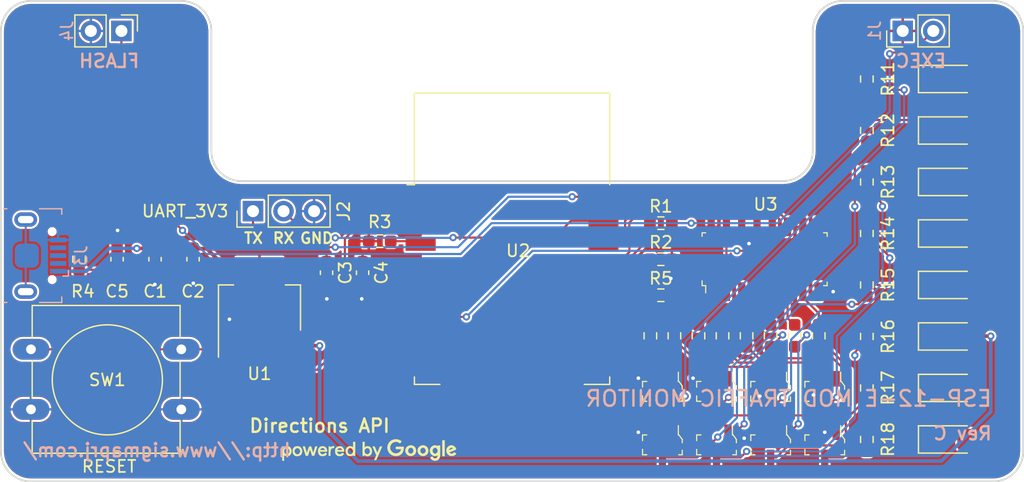
<source format=kicad_pcb>
(kicad_pcb (version 20171130) (host pcbnew 5.1.9+dfsg1-1~bpo10+1)
  (title_block (title "ESP-12-E MOD TRAFFIC MONITOR") (date 2021-05-29) (rev C) (company SIGMAPRJ.COM) (comment 2 https://creativecommons.org/licenses/by/4.0/) (comment 3 "License: Attribution 4.0 International (CC BY 4.0)") (comment 4 "Author: SIGMAPRJ.COM"))
  (layers (0 F.Cu signal hide) (31 B.Cu signal hide) (34 B.Paste user hide) (35 F.Paste user) (36 B.SilkS user hide) (37 F.SilkS user) (38 B.Mask user) (39 F.Mask user hide) (44 Edge.Cuts user))
  (net 0 "")
  (net 1 GND)
  (net 2 +5V)
  (net 3 +3V3)
  (net 4 ~RST)
  (net 5 "Net-(D1-Pad1)")
  (net 6 "Net-(D2-Pad1)")
  (net 7 "Net-(D3-Pad1)")
  (net 8 "Net-(D4-Pad1)")
  (net 9 "Net-(D5-Pad1)")
  (net 10 "Net-(D6-Pad1)")
  (net 11 "Net-(D7-Pad1)")
  (net 12 "Net-(D8-Pad1)")
  (net 13 "Net-(J1-Pad2)")
  (net 14 "Net-(J2-Pad1)")
  (net 15 "Net-(J2-Pad2)")
  (net 16 "Net-(Q1-Pad3)")
  (net 17 IND1)
  (net 18 IND2)
  (net 19 "Net-(Q2-Pad3)")
  (net 20 "Net-(Q3-Pad3)")
  (net 21 IND3)
  (net 22 IND4)
  (net 23 "Net-(Q4-Pad3)")
  (net 24 IND5)
  (net 25 "Net-(Q5-Pad3)")
  (net 26 IND6)
  (net 27 "Net-(Q6-Pad3)")
  (net 28 "Net-(Q7-Pad3)")
  (net 29 IND7)
  (net 30 "Net-(Q8-Pad3)")
  (net 31 IND8)
  (net 32 "Net-(R1-Pad2)")
  (net 33 GPIO2)
  (net 34 EN)
  (net 35 "Net-(R5-Pad2)")
  (net 36 "Net-(R6-Pad2)")
  (net 37 "Net-(R7-Pad2)")
  (net 38 "Net-(R8-Pad2)")
  (net 39 "Net-(R9-Pad2)")
  (net 40 "Net-(R10-Pad2)")
  (net 41 "Net-(R19-Pad2)")
  (net 42 "Net-(R20-Pad2)")
  (net 43 "Net-(R21-Pad2)")
  (net 44 "Net-(U2-Pad2)")
  (net 45 "Net-(U2-Pad4)")
  (net 46 "Net-(U2-Pad5)")
  (net 47 GPIO12)
  (net 48 "Net-(U2-Pad7)")
  (net 49 "Net-(U2-Pad9)")
  (net 50 "Net-(U2-Pad10)")
  (net 51 "Net-(U2-Pad11)")
  (net 52 "Net-(U2-Pad12)")
  (net 53 "Net-(U2-Pad13)")
  (net 54 "Net-(U2-Pad14)")
  (net 55 GPIO4)
  (net 56 GPIO5)
  (net 57 "Net-(U3-Pad9)")
  (net 58 "Net-(J3-PadSH)")
  (net 59 "Net-(J3-Pad3)")
  (net 60 "Net-(J3-Pad4)")
  (net 61 "Net-(J3-Pad2)")
  (module custom_bitmaps:gmaps_logo (layer F.Cu) (at 120.679 132.385)
    (fp_text reference G*** hide)
    (fp_text value LOGO hide)
  )
  (module digikey-footprints:SOT-23-3 (layer F.Cu) (at 154 131.95 270)
    (fp_text reference Q7)
    (fp_text value PMBT3904)
    (pad 3 smd rect (at 1.05 0 270) (size 1.3 0.6) (layers F.Cu F.Paste F.Mask) (net 28 "Net-(Q7-Pad3)"))
    (pad 2 smd rect (at -1.05 0.95 270) (size 1.3 0.6) (layers F.Cu F.Paste F.Mask) (net 1 GND))
    (pad 1 smd rect (at -1.05 -0.95 270) (size 1.3 0.6) (layers F.Cu F.Paste F.Mask) (net 29 IND7))
  )
  (module digikey-footprints:SOIC-16_W3.90mm (layer F.Cu) (at 153.5 116.5)
    (fp_text reference U3 (at 0.081 -4.562 180) (layer F.SilkS))
    (fp_text value 74HC595)
    (pad 1 smd rect (at -4.445 2.7) (size 0.6 1.55) (layers F.Cu F.Paste F.Mask) (net 37 "Net-(R7-Pad2)"))
    (pad 2 smd rect (at -3.175 2.7) (size 0.6 1.55) (layers F.Cu F.Paste F.Mask) (net 38 "Net-(R8-Pad2)"))
    (pad 3 smd rect (at -1.905 2.7) (size 0.6 1.55) (layers F.Cu F.Paste F.Mask) (net 39 "Net-(R9-Pad2)"))
    (pad 4 smd rect (at -0.635 2.7) (size 0.6 1.55) (layers F.Cu F.Paste F.Mask) (net 40 "Net-(R10-Pad2)"))
    (pad 5 smd rect (at 0.635 2.7) (size 0.6 1.55) (layers F.Cu F.Paste F.Mask) (net 41 "Net-(R19-Pad2)"))
    (pad 6 smd rect (at 1.905 2.7) (size 0.6 1.55) (layers F.Cu F.Paste F.Mask) (net 42 "Net-(R20-Pad2)"))
    (pad 7 smd rect (at 3.175 2.7) (size 0.6 1.55) (layers F.Cu F.Paste F.Mask) (net 43 "Net-(R21-Pad2)"))
    (pad 8 smd rect (at 4.445 2.7) (size 0.6 1.55) (layers F.Cu F.Paste F.Mask) (net 1 GND))
    (pad 9 smd rect (at 4.445 -2.7) (size 0.6 1.55) (layers F.Cu F.Paste F.Mask) (net 57 "Net-(U3-Pad9)"))
    (pad 10 smd rect (at 3.175 -2.7) (size 0.6 1.55) (layers F.Cu F.Paste F.Mask) (net 3 +3V3))
    (pad 11 smd rect (at 1.905 -2.7) (size 0.6 1.55) (layers F.Cu F.Paste F.Mask) (net 56 GPIO5))
    (pad 12 smd rect (at 0.635 -2.7) (size 0.6 1.55) (layers F.Cu F.Paste F.Mask) (net 47 GPIO12))
    (pad 13 smd rect (at -0.635 -2.7) (size 0.6 1.55) (layers F.Cu F.Paste F.Mask) (net 1 GND))
    (pad 14 smd rect (at -1.905 -2.7) (size 0.6 1.55) (layers F.Cu F.Paste F.Mask) (net 55 GPIO4))
    (pad 15 smd rect (at -3.175 -2.7) (size 0.6 1.55) (layers F.Cu F.Paste F.Mask) (net 36 "Net-(R6-Pad2)"))
    (pad 16 smd rect (at -4.445 -2.7) (size 0.6 1.55) (layers F.Cu F.Paste F.Mask) (net 3 +3V3))
  )
  (module LED_SMD:LED_1206_3216Metric_Pad1.42x1.75mm_HandSolder (layer F.Cu) (at 168.75 110.071429)
    (fp_text reference D3)
    (fp_text value LED_YELLOW)
    (pad 1 smd roundrect (at -1.4875 0) (size 1.425 1.75) (layers F.Cu F.Paste F.Mask) (roundrect_rratio 0.1754385964912281) (net 7 "Net-(D3-Pad1)"))
    (pad 2 smd roundrect (at 1.4875 0) (size 1.425 1.75) (layers F.Cu F.Paste F.Mask) (roundrect_rratio 0.1754385964912281) (net 2 +5V))
  )
  (module LED_SMD:LED_1206_3216Metric_Pad1.42x1.75mm_HandSolder (layer F.Cu) (at 168.75 101.5)
    (fp_text reference D1)
    (fp_text value LED_RED)
    (pad 1 smd roundrect (at -1.4875 0) (size 1.425 1.75) (layers F.Cu F.Paste F.Mask) (roundrect_rratio 0.1754385964912281) (net 5 "Net-(D1-Pad1)"))
    (pad 2 smd roundrect (at 1.4875 0) (size 1.425 1.75) (layers F.Cu F.Paste F.Mask) (roundrect_rratio 0.1754385964912281) (net 2 +5V))
  )
  (module LED_SMD:LED_1206_3216Metric_Pad1.42x1.75mm_HandSolder (layer F.Cu) (at 168.75 105.785714)
    (fp_text reference D2)
    (fp_text value LED_RED)
    (pad 2 smd roundrect (at 1.4875 0) (size 1.425 1.75) (layers F.Cu F.Paste F.Mask) (roundrect_rratio 0.1754385964912281) (net 2 +5V))
    (pad 1 smd roundrect (at -1.4875 0) (size 1.425 1.75) (layers F.Cu F.Paste F.Mask) (roundrect_rratio 0.1754385964912281) (net 6 "Net-(D2-Pad1)"))
  )
  (module LED_SMD:LED_1206_3216Metric_Pad1.42x1.75mm_HandSolder (layer F.Cu) (at 168.75 114.357143)
    (fp_text reference D4)
    (fp_text value LED_YELLOW)
    (pad 2 smd roundrect (at 1.4875 0) (size 1.425 1.75) (layers F.Cu F.Paste F.Mask) (roundrect_rratio 0.1754385964912281) (net 2 +5V))
    (pad 1 smd roundrect (at -1.4875 0) (size 1.425 1.75) (layers F.Cu F.Paste F.Mask) (roundrect_rratio 0.1754385964912281) (net 8 "Net-(D4-Pad1)"))
  )
  (module LED_SMD:LED_1206_3216Metric_Pad1.42x1.75mm_HandSolder (layer F.Cu) (at 168.75 118.642857)
    (fp_text reference D5)
    (fp_text value LED_GREEN)
    (pad 1 smd roundrect (at -1.4875 0) (size 1.425 1.75) (layers F.Cu F.Paste F.Mask) (roundrect_rratio 0.1754385964912281) (net 9 "Net-(D5-Pad1)"))
    (pad 2 smd roundrect (at 1.4875 0) (size 1.425 1.75) (layers F.Cu F.Paste F.Mask) (roundrect_rratio 0.1754385964912281) (net 2 +5V))
  )
  (module LED_SMD:LED_1206_3216Metric_Pad1.42x1.75mm_HandSolder (layer F.Cu) (at 168.75 122.928571)
    (fp_text reference D6)
    (fp_text value LED_GREEN)
    (pad 2 smd roundrect (at 1.4875 0) (size 1.425 1.75) (layers F.Cu F.Paste F.Mask) (roundrect_rratio 0.1754385964912281) (net 2 +5V))
    (pad 1 smd roundrect (at -1.4875 0) (size 1.425 1.75) (layers F.Cu F.Paste F.Mask) (roundrect_rratio 0.1754385964912281) (net 10 "Net-(D6-Pad1)"))
  )
  (module LED_SMD:LED_1206_3216Metric_Pad1.42x1.75mm_HandSolder (layer F.Cu) (at 168.75 127.214286)
    (fp_text reference D7)
    (fp_text value LED_GREEN)
    (pad 2 smd roundrect (at 1.4875 0) (size 1.425 1.75) (layers F.Cu F.Paste F.Mask) (roundrect_rratio 0.1754385964912281) (net 2 +5V))
    (pad 1 smd roundrect (at -1.4875 0) (size 1.425 1.75) (layers F.Cu F.Paste F.Mask) (roundrect_rratio 0.1754385964912281) (net 11 "Net-(D7-Pad1)"))
  )
  (module LED_SMD:LED_1206_3216Metric_Pad1.42x1.75mm_HandSolder (layer F.Cu) (at 168.75 131.5)
    (fp_text reference D8)
    (fp_text value LED_GREEN)
    (pad 1 smd roundrect (at -1.4875 0) (size 1.425 1.75) (layers F.Cu F.Paste F.Mask) (roundrect_rratio 0.1754385964912281) (net 12 "Net-(D8-Pad1)"))
    (pad 2 smd roundrect (at 1.4875 0) (size 1.425 1.75) (layers F.Cu F.Paste F.Mask) (roundrect_rratio 0.1754385964912281) (net 2 +5V))
  )
  (module Connector_PinHeader_2.54mm:PinHeader_1x02_P2.54mm_Vertical (layer F.Cu) (at 164.98 97.5 90)
    (fp_text reference J1 (at 0 -2.33 90) (layer B.SilkS) (effects (justify mirror)))
    (fp_text value JMPR_EXEC)
    (pad 1 thru_hole rect (at 0 0 90) (size 1.7 1.7) (drill 1) (layers *.Cu *.Mask) (net 3 +3V3))
    (pad 2 thru_hole oval (at 0 2.54 90) (size 1.7 1.7) (drill 1) (layers *.Cu *.Mask) (net 13 "Net-(J1-Pad2)"))
  )
  (module Connector_PinHeader_2.54mm:PinHeader_1x03_P2.54mm_Vertical (layer F.Cu) (at 110.96 112.5 90)
    (fp_text reference J2 (at 0 7.54 90) (layer F.SilkS))
    (fp_text value UART_3V3 (at 0 -5.639 180) (layer F.SilkS))
    (pad 1 thru_hole rect (at 0 0 90) (size 1.7 1.7) (drill 1) (layers *.Cu *.Mask) (net 14 "Net-(J2-Pad1)"))
    (pad 2 thru_hole oval (at 0 2.54 90) (size 1.7 1.7) (drill 1) (layers *.Cu *.Mask) (net 15 "Net-(J2-Pad2)"))
    (pad 3 thru_hole oval (at 0 5.08 90) (size 1.7 1.7) (drill 1) (layers *.Cu *.Mask) (net 1 GND))
  )
  (module Connector_PinHeader_2.54mm:PinHeader_1x02_P2.54mm_Vertical (layer F.Cu) (at 100.02 97.5 270)
    (fp_text reference J4 (at 0 4.52 270) (layer B.SilkS) (effects (justify mirror)))
    (fp_text value JMPR_FLASH)
    (pad 2 thru_hole oval (at 0 2.54 270) (size 1.7 1.7) (drill 1) (layers *.Cu *.Mask) (net 1 GND))
    (pad 1 thru_hole rect (at 0 0 270) (size 1.7 1.7) (drill 1) (layers *.Cu *.Mask) (net 13 "Net-(J1-Pad2)"))
  )
  (module digikey-footprints:SOT-23-3 (layer F.Cu) (at 145 127.5 270)
    (fp_text reference Q1)
    (fp_text value PMBT3904)
    (pad 3 smd rect (at 1.05 0 270) (size 1.3 0.6) (layers F.Cu F.Paste F.Mask) (net 16 "Net-(Q1-Pad3)"))
    (pad 2 smd rect (at -1.05 0.95 270) (size 1.3 0.6) (layers F.Cu F.Paste F.Mask) (net 1 GND))
    (pad 1 smd rect (at -1.05 -0.95 270) (size 1.3 0.6) (layers F.Cu F.Paste F.Mask) (net 17 IND1))
  )
  (module digikey-footprints:SOT-23-3 (layer F.Cu) (at 149.5 127.5 270)
    (fp_text reference Q2)
    (fp_text value PMBT3904)
    (pad 1 smd rect (at -1.05 -0.95 270) (size 1.3 0.6) (layers F.Cu F.Paste F.Mask) (net 18 IND2))
    (pad 2 smd rect (at -1.05 0.95 270) (size 1.3 0.6) (layers F.Cu F.Paste F.Mask) (net 1 GND))
    (pad 3 smd rect (at 1.05 0 270) (size 1.3 0.6) (layers F.Cu F.Paste F.Mask) (net 19 "Net-(Q2-Pad3)"))
  )
  (module digikey-footprints:SOT-23-3 (layer F.Cu) (at 154 127.5 270)
    (fp_text reference Q3)
    (fp_text value PMBT3904)
    (pad 3 smd rect (at 1.05 0 270) (size 1.3 0.6) (layers F.Cu F.Paste F.Mask) (net 20 "Net-(Q3-Pad3)"))
    (pad 2 smd rect (at -1.05 0.95 270) (size 1.3 0.6) (layers F.Cu F.Paste F.Mask) (net 1 GND))
    (pad 1 smd rect (at -1.05 -0.95 270) (size 1.3 0.6) (layers F.Cu F.Paste F.Mask) (net 21 IND3))
  )
  (module digikey-footprints:SOT-23-3 (layer F.Cu) (at 158.5 127.5 270)
    (fp_text reference Q4)
    (fp_text value PMBT3904)
    (pad 1 smd rect (at -1.05 -0.95 270) (size 1.3 0.6) (layers F.Cu F.Paste F.Mask) (net 22 IND4))
    (pad 2 smd rect (at -1.05 0.95 270) (size 1.3 0.6) (layers F.Cu F.Paste F.Mask) (net 1 GND))
    (pad 3 smd rect (at 1.05 0 270) (size 1.3 0.6) (layers F.Cu F.Paste F.Mask) (net 23 "Net-(Q4-Pad3)"))
  )
  (module digikey-footprints:SOT-23-3 (layer F.Cu) (at 145 131.95 270)
    (fp_text reference Q5)
    (fp_text value PMBT3904)
    (pad 1 smd rect (at -1.05 -0.95 270) (size 1.3 0.6) (layers F.Cu F.Paste F.Mask) (net 24 IND5))
    (pad 2 smd rect (at -1.05 0.95 270) (size 1.3 0.6) (layers F.Cu F.Paste F.Mask) (net 1 GND))
    (pad 3 smd rect (at 1.05 0 270) (size 1.3 0.6) (layers F.Cu F.Paste F.Mask) (net 25 "Net-(Q5-Pad3)"))
  )
  (module digikey-footprints:SOT-23-3 (layer F.Cu) (at 149.5 131.95 270)
    (fp_text reference Q6)
    (fp_text value PMBT3904)
    (pad 1 smd rect (at -1.05 -0.95 270) (size 1.3 0.6) (layers F.Cu F.Paste F.Mask) (net 26 IND6))
    (pad 2 smd rect (at -1.05 0.95 270) (size 1.3 0.6) (layers F.Cu F.Paste F.Mask) (net 1 GND))
    (pad 3 smd rect (at 1.05 0 270) (size 1.3 0.6) (layers F.Cu F.Paste F.Mask) (net 27 "Net-(Q6-Pad3)"))
  )
  (module digikey-footprints:SOT-23-3 (layer F.Cu) (at 158.5 131.95 270)
    (fp_text reference Q8)
    (fp_text value PMBT3904)
    (pad 3 smd rect (at 1.05 0 270) (size 1.3 0.6) (layers F.Cu F.Paste F.Mask) (net 30 "Net-(Q8-Pad3)"))
    (pad 2 smd rect (at -1.05 0.95 270) (size 1.3 0.6) (layers F.Cu F.Paste F.Mask) (net 1 GND))
    (pad 1 smd rect (at -1.05 -0.95 270) (size 1.3 0.6) (layers F.Cu F.Paste F.Mask) (net 31 IND8))
  )
  (module Button_Switch_THT:SW_PUSH-12mm (layer F.Cu) (at 92.5 124)
    (fp_text reference SW1 (at 6.344 2.543) (layer F.SilkS))
    (fp_text value RESET (at 6.5 9.75) (layer F.SilkS))
    (pad 1 thru_hole oval (at 12.5 0) (size 3.048 1.7272) (drill 0.8128) (layers *.Cu *.Mask) (net 4 ~RST))
    (pad 2 thru_hole oval (at 12.5 5) (size 3.048 1.7272) (drill 0.8128) (layers *.Cu *.Mask) (net 1 GND))
    (pad 1 thru_hole oval (at 0 0) (size 3.048 1.7272) (drill 0.8128) (layers *.Cu *.Mask) (net 4 ~RST))
    (pad 2 thru_hole oval (at 0 5) (size 3.048 1.7272) (drill 0.8128) (layers *.Cu *.Mask) (net 1 GND))
  )
  (module Package_TO_SOT_SMD:SOT-223-3_TabPin2 (layer F.Cu) (at 111.5 120.55 90)
    (fp_text reference U1 (at -5.485 0 180) (layer F.SilkS))
    (fp_text value AMS1117-3.3)
    (pad 2 smd rect (at 3.15 0 90) (size 2 3.8) (layers F.Cu F.Paste F.Mask) (net 3 +3V3))
    (pad 2 smd rect (at -3.15 0 90) (size 2 1.5) (layers F.Cu F.Paste F.Mask) (net 3 +3V3))
    (pad 3 smd rect (at -3.15 2.3 90) (size 2 1.5) (layers F.Cu F.Paste F.Mask) (net 2 +5V))
    (pad 1 smd rect (at -3.15 -2.3 90) (size 2 1.5) (layers F.Cu F.Paste F.Mask) (net 1 GND))
  )
  (module RF_Module:ESP-12E (layer F.Cu) (at 132.5 114.8)
    (fp_text reference U2 (at 0.5 1) (layer F.SilkS))
    (fp_text value ESP-12E)
    (pad 1 smd rect (at -7.6 -3.5) (size 2.5 1) (layers F.Cu F.Paste F.Mask) (net 4 ~RST))
    (pad 2 smd rect (at -7.6 -1.5) (size 2.5 1) (layers F.Cu F.Paste F.Mask) (net 44 "Net-(U2-Pad2)"))
    (pad 3 smd rect (at -7.6 0.5) (size 2.5 1) (layers F.Cu F.Paste F.Mask) (net 34 EN))
    (pad 4 smd rect (at -7.6 2.5) (size 2.5 1) (layers F.Cu F.Paste F.Mask) (net 45 "Net-(U2-Pad4)"))
    (pad 5 smd rect (at -7.6 4.5) (size 2.5 1) (layers F.Cu F.Paste F.Mask) (net 46 "Net-(U2-Pad5)"))
    (pad 6 smd rect (at -7.6 6.5) (size 2.5 1) (layers F.Cu F.Paste F.Mask) (net 47 GPIO12))
    (pad 7 smd rect (at -7.6 8.5) (size 2.5 1) (layers F.Cu F.Paste F.Mask) (net 48 "Net-(U2-Pad7)"))
    (pad 8 smd rect (at -7.6 10.5) (size 2.5 1) (layers F.Cu F.Paste F.Mask) (net 3 +3V3))
    (pad 9 smd rect (at -5 12) (size 1 1.8) (layers F.Cu F.Paste F.Mask) (net 49 "Net-(U2-Pad9)"))
    (pad 10 smd rect (at -3 12) (size 1 1.8) (layers F.Cu F.Paste F.Mask) (net 50 "Net-(U2-Pad10)"))
    (pad 11 smd rect (at -1 12) (size 1 1.8) (layers F.Cu F.Paste F.Mask) (net 51 "Net-(U2-Pad11)"))
    (pad 12 smd rect (at 1 12) (size 1 1.8) (layers F.Cu F.Paste F.Mask) (net 52 "Net-(U2-Pad12)"))
    (pad 13 smd rect (at 3 12) (size 1 1.8) (layers F.Cu F.Paste F.Mask) (net 53 "Net-(U2-Pad13)"))
    (pad 14 smd rect (at 5 12) (size 1 1.8) (layers F.Cu F.Paste F.Mask) (net 54 "Net-(U2-Pad14)"))
    (pad 15 smd rect (at 7.6 10.5) (size 2.5 1) (layers F.Cu F.Paste F.Mask) (net 1 GND))
    (pad 16 smd rect (at 7.6 8.5) (size 2.5 1) (layers F.Cu F.Paste F.Mask) (net 35 "Net-(R5-Pad2)"))
    (pad 17 smd rect (at 7.6 6.5) (size 2.5 1) (layers F.Cu F.Paste F.Mask) (net 33 GPIO2))
    (pad 18 smd rect (at 7.6 4.5) (size 2.5 1) (layers F.Cu F.Paste F.Mask) (net 32 "Net-(R1-Pad2)"))
    (pad 19 smd rect (at 7.6 2.5) (size 2.5 1) (layers F.Cu F.Paste F.Mask) (net 55 GPIO4))
    (pad 20 smd rect (at 7.6 0.5) (size 2.5 1) (layers F.Cu F.Paste F.Mask) (net 56 GPIO5))
    (pad 21 smd rect (at 7.6 -1.5) (size 2.5 1) (layers F.Cu F.Paste F.Mask) (net 15 "Net-(J2-Pad2)"))
    (pad 22 smd rect (at 7.6 -3.5) (size 2.5 1) (layers F.Cu F.Paste F.Mask) (net 14 "Net-(J2-Pad1)"))
  )
  (module Capacitor_SMD:C_0603_1608Metric_Pad1.08x0.95mm_HandSolder (layer F.Cu) (at 102.816666 116.5 270)
    (fp_text reference C1 (at 2.677 0 180) (layer F.SilkS))
    (fp_text value 10uF)
    (pad 2 smd roundrect (at 0.8625 0 270) (size 1.075 0.95) (layers F.Cu F.Paste F.Mask) (net 1 GND))
    (pad 1 smd roundrect (at -0.8625 0 270) (size 1.075 0.95) (layers F.Cu F.Paste F.Mask) (net 2 +5V))
  )
  (module Capacitor_SMD:C_0603_1608Metric_Pad1.08x0.95mm_HandSolder (layer F.Cu) (at 105.975 116.5 270)
    (fp_text reference C2 (at 2.677 0 180) (layer F.SilkS))
    (fp_text value 0.1uF)
    (pad 1 smd roundrect (at -0.8625 0 270) (size 1.075 0.95) (layers F.Cu F.Paste F.Mask) (net 2 +5V))
    (pad 2 smd roundrect (at 0.8625 0 270) (size 1.075 0.95) (layers F.Cu F.Paste F.Mask) (net 1 GND))
  )
  (module Capacitor_SMD:C_0603_1608Metric_Pad1.08x0.95mm_HandSolder (layer F.Cu) (at 117.075 117.625 270)
    (fp_text reference C3 (at 0 -1.557 90) (layer F.SilkS))
    (fp_text value 10uF)
    (pad 1 smd roundrect (at -0.8625 0 270) (size 1.075 0.95) (layers F.Cu F.Paste F.Mask) (net 3 +3V3))
    (pad 2 smd roundrect (at 0.8625 0 270) (size 1.075 0.95) (layers F.Cu F.Paste F.Mask) (net 1 GND))
  )
  (module Capacitor_SMD:C_0603_1608Metric_Pad1.08x0.95mm_HandSolder (layer F.Cu) (at 120.075 117.625 270)
    (fp_text reference C4 (at 0 -1.557 90) (layer F.SilkS))
    (fp_text value 0.1uF)
    (pad 2 smd roundrect (at 0.8625 0 270) (size 1.075 0.95) (layers F.Cu F.Paste F.Mask) (net 1 GND))
    (pad 1 smd roundrect (at -0.8625 0 270) (size 1.075 0.95) (layers F.Cu F.Paste F.Mask) (net 3 +3V3))
  )
  (module Capacitor_SMD:C_0603_1608Metric_Pad1.08x0.95mm_HandSolder (layer F.Cu) (at 99.658333 116.5 90)
    (fp_text reference C5 (at -2.677 0 180) (layer F.SilkS))
    (fp_text value 100nF)
    (pad 1 smd roundrect (at -0.8625 0 90) (size 1.075 0.95) (layers F.Cu F.Paste F.Mask) (net 4 ~RST))
    (pad 2 smd roundrect (at 0.8625 0 90) (size 1.075 0.95) (layers F.Cu F.Paste F.Mask) (net 1 GND))
  )
  (module custom_footprints:USB_Micro-B_Custom (layer B.Cu) (at 93.3 116.2 90)
    (fp_text reference J3 (at 0 3.3625 90) (layer B.SilkS) (effects (justify mirror)))
    (fp_text value "MICRO USB B")
    (pad SH thru_hole oval (at 3 -1.2375 90) (size 1.2 1.9) (drill oval 0.6 1.3) (layers *.Cu *.Mask) (net 58 "Net-(J3-PadSH)"))
    (pad SH thru_hole oval (at -3 -1.2375 270) (size 1.2 1.9) (drill oval 0.6 1.3) (layers *.Cu *.Mask) (net 58 "Net-(J3-PadSH)"))
    (pad "" np_thru_hole circle (at 2 0.9625) (size 0.4 0.4) (drill 0.4) (layers *.Cu *.Mask))
    (pad 3 smd rect (at 0 1.4625 90) (size 0.4 1.35) (layers B.Cu B.Paste B.Mask) (net 59 "Net-(J3-Pad3)"))
    (pad 4 smd rect (at 0.65 1.4625 90) (size 0.4 1.35) (layers B.Cu B.Paste B.Mask) (net 60 "Net-(J3-Pad4)"))
    (pad 5 smd rect (at 1.3 1.4625 90) (size 0.4 1.35) (layers B.Cu B.Paste B.Mask) (net 1 GND))
    (pad 1 smd rect (at -1.3 1.4625 90) (size 0.4 1.35) (layers B.Cu B.Paste B.Mask) (net 2 +5V))
    (pad 2 smd rect (at -0.65 1.4625 90) (size 0.4 1.35) (layers B.Cu B.Paste B.Mask) (net 61 "Net-(J3-Pad2)"))
    (pad "" np_thru_hole circle (at -2 0.9625 90) (size 0.4 0.4) (drill 0.4) (layers *.Cu *.Mask))
    (pad SH smd roundrect (at 0 -1.143 90) (size 2 2) (layers B.Cu B.Paste B.Mask) (net 58 "Net-(J3-PadSH)"))
  )
  (module Resistor_SMD:R_0603_1608Metric_Pad0.98x0.95mm_HandSolder (layer F.Cu) (at 144.875 113.5 180)
    (fp_text reference R1 (at 0 1.4) (layer F.SilkS))
    (fp_text value 12K)
    (pad 1 smd roundrect (at -0.9125 0 180) (size 0.975 0.95) (layers F.Cu F.Paste F.Mask) (net 13 "Net-(J1-Pad2)"))
    (pad 2 smd roundrect (at 0.9125 0 180) (size 0.975 0.95) (layers F.Cu F.Paste F.Mask) (net 32 "Net-(R1-Pad2)"))
  )
  (module Resistor_SMD:R_0603_1608Metric_Pad0.98x0.95mm_HandSolder (layer F.Cu) (at 144.875 116.5 180)
    (fp_text reference R2 (at 0 1.4) (layer F.SilkS))
    (fp_text value 12K)
    (pad 1 smd roundrect (at -0.9125 0 180) (size 0.975 0.95) (layers F.Cu F.Paste F.Mask) (net 3 +3V3))
    (pad 2 smd roundrect (at 0.9125 0 180) (size 0.975 0.95) (layers F.Cu F.Paste F.Mask) (net 33 GPIO2))
  )
  (module Resistor_SMD:R_0603_1608Metric_Pad0.98x0.95mm_HandSolder (layer F.Cu) (at 121.5 115)
    (fp_text reference R3 (at 0 -1.6015) (layer F.SilkS))
    (fp_text value 12K)
    (pad 1 smd roundrect (at -0.9125 0) (size 0.975 0.95) (layers F.Cu F.Paste F.Mask) (net 3 +3V3))
    (pad 2 smd roundrect (at 0.9125 0) (size 0.975 0.95) (layers F.Cu F.Paste F.Mask) (net 34 EN))
  )
  (module Resistor_SMD:R_0603_1608Metric_Pad0.98x0.95mm_HandSolder (layer F.Cu) (at 96.5 116.5 270)
    (fp_text reference R4 (at 2.677 -0.312 180) (layer F.SilkS))
    (fp_text value 12K)
    (pad 2 smd roundrect (at 0.9125 0 270) (size 0.975 0.95) (layers F.Cu F.Paste F.Mask) (net 4 ~RST))
    (pad 1 smd roundrect (at -0.9125 0 270) (size 0.975 0.95) (layers F.Cu F.Paste F.Mask) (net 3 +3V3))
  )
  (module Resistor_SMD:R_0603_1608Metric_Pad0.98x0.95mm_HandSolder (layer F.Cu) (at 144.875 119.5 180)
    (fp_text reference R5 (at 0 1.4) (layer F.SilkS))
    (fp_text value 12K)
    (pad 2 smd roundrect (at 0.9125 0 180) (size 0.975 0.95) (layers F.Cu F.Paste F.Mask) (net 35 "Net-(R5-Pad2)"))
    (pad 1 smd roundrect (at -0.9125 0 180) (size 0.975 0.95) (layers F.Cu F.Paste F.Mask) (net 1 GND))
  )
  (module Resistor_SMD:R_0603_1608Metric_Pad0.98x0.95mm_HandSolder (layer F.Cu) (at 144 122.875 90)
    (fp_text reference R6)
    (fp_text value 2K)
    (pad 2 smd roundrect (at 0.9125 0 90) (size 0.975 0.95) (layers F.Cu F.Paste F.Mask) (net 36 "Net-(R6-Pad2)"))
    (pad 1 smd roundrect (at -0.9125 0 90) (size 0.975 0.95) (layers F.Cu F.Paste F.Mask) (net 17 IND1))
  )
  (module Resistor_SMD:R_0603_1608Metric_Pad0.98x0.95mm_HandSolder (layer F.Cu) (at 146 122.875 90)
    (fp_text reference R7)
    (fp_text value 2K)
    (pad 1 smd roundrect (at -0.9125 0 90) (size 0.975 0.95) (layers F.Cu F.Paste F.Mask) (net 18 IND2))
    (pad 2 smd roundrect (at 0.9125 0 90) (size 0.975 0.95) (layers F.Cu F.Paste F.Mask) (net 37 "Net-(R7-Pad2)"))
  )
  (module Resistor_SMD:R_0603_1608Metric_Pad0.98x0.95mm_HandSolder (layer F.Cu) (at 148 122.875 90)
    (fp_text reference R8)
    (fp_text value 2K)
    (pad 2 smd roundrect (at 0.9125 0 90) (size 0.975 0.95) (layers F.Cu F.Paste F.Mask) (net 38 "Net-(R8-Pad2)"))
    (pad 1 smd roundrect (at -0.9125 0 90) (size 0.975 0.95) (layers F.Cu F.Paste F.Mask) (net 21 IND3))
  )
  (module Resistor_SMD:R_0603_1608Metric_Pad0.98x0.95mm_HandSolder (layer F.Cu) (at 150 122.875 90)
    (fp_text reference R9)
    (fp_text value 2K)
    (pad 1 smd roundrect (at -0.9125 0 90) (size 0.975 0.95) (layers F.Cu F.Paste F.Mask) (net 22 IND4))
    (pad 2 smd roundrect (at 0.9125 0 90) (size 0.975 0.95) (layers F.Cu F.Paste F.Mask) (net 39 "Net-(R9-Pad2)"))
  )
  (module Resistor_SMD:R_0603_1608Metric_Pad0.98x0.95mm_HandSolder (layer F.Cu) (at 152 122.875 90)
    (fp_text reference R10)
    (fp_text value 2K)
    (pad 2 smd roundrect (at 0.9125 0 90) (size 0.975 0.95) (layers F.Cu F.Paste F.Mask) (net 40 "Net-(R10-Pad2)"))
    (pad 1 smd roundrect (at -0.9125 0 90) (size 0.975 0.95) (layers F.Cu F.Paste F.Mask) (net 24 IND5))
  )
  (module Resistor_SMD:R_0603_1608Metric_Pad0.98x0.95mm_HandSolder (layer F.Cu) (at 162 101.5 90)
    (fp_text reference R11 (at 0 1.754 90) (layer F.SilkS))
    (fp_text value 150R)
    (pad 2 smd roundrect (at 0.9125 0 90) (size 0.975 0.95) (layers F.Cu F.Paste F.Mask) (net 5 "Net-(D1-Pad1)"))
    (pad 1 smd roundrect (at -0.9125 0 90) (size 0.975 0.95) (layers F.Cu F.Paste F.Mask) (net 16 "Net-(Q1-Pad3)"))
  )
  (module Resistor_SMD:R_0603_1608Metric_Pad0.98x0.95mm_HandSolder (layer F.Cu) (at 162 105.7857 90)
    (fp_text reference R12 (at 0 1.754 90) (layer F.SilkS))
    (fp_text value 150R)
    (pad 1 smd roundrect (at -0.9125 0 90) (size 0.975 0.95) (layers F.Cu F.Paste F.Mask) (net 19 "Net-(Q2-Pad3)"))
    (pad 2 smd roundrect (at 0.9125 0 90) (size 0.975 0.95) (layers F.Cu F.Paste F.Mask) (net 6 "Net-(D2-Pad1)"))
  )
  (module Resistor_SMD:R_0603_1608Metric_Pad0.98x0.95mm_HandSolder (layer F.Cu) (at 162 110.071429 90)
    (fp_text reference R13 (at 0 1.754 90) (layer F.SilkS))
    (fp_text value 150R)
    (pad 1 smd roundrect (at -0.9125 0 90) (size 0.975 0.95) (layers F.Cu F.Paste F.Mask) (net 20 "Net-(Q3-Pad3)"))
    (pad 2 smd roundrect (at 0.9125 0 90) (size 0.975 0.95) (layers F.Cu F.Paste F.Mask) (net 7 "Net-(D3-Pad1)"))
  )
  (module Resistor_SMD:R_0603_1608Metric_Pad0.98x0.95mm_HandSolder (layer F.Cu) (at 162 114.357143 90)
    (fp_text reference R14 (at 0 1.754 90) (layer F.SilkS))
    (fp_text value 150R)
    (pad 2 smd roundrect (at 0.9125 0 90) (size 0.975 0.95) (layers F.Cu F.Paste F.Mask) (net 8 "Net-(D4-Pad1)"))
    (pad 1 smd roundrect (at -0.9125 0 90) (size 0.975 0.95) (layers F.Cu F.Paste F.Mask) (net 23 "Net-(Q4-Pad3)"))
  )
  (module Resistor_SMD:R_0603_1608Metric_Pad0.98x0.95mm_HandSolder (layer F.Cu) (at 162 118.642857 90)
    (fp_text reference R15 (at 0 1.754 90) (layer F.SilkS))
    (fp_text value 360R)
    (pad 2 smd roundrect (at 0.9125 0 90) (size 0.975 0.95) (layers F.Cu F.Paste F.Mask) (net 9 "Net-(D5-Pad1)"))
    (pad 1 smd roundrect (at -0.9125 0 90) (size 0.975 0.95) (layers F.Cu F.Paste F.Mask) (net 25 "Net-(Q5-Pad3)"))
  )
  (module Resistor_SMD:R_0603_1608Metric_Pad0.98x0.95mm_HandSolder (layer F.Cu) (at 162 122.928571 90)
    (fp_text reference R16 (at 0 1.754 90) (layer F.SilkS))
    (fp_text value 360R)
    (pad 1 smd roundrect (at -0.9125 0 90) (size 0.975 0.95) (layers F.Cu F.Paste F.Mask) (net 27 "Net-(Q6-Pad3)"))
    (pad 2 smd roundrect (at 0.9125 0 90) (size 0.975 0.95) (layers F.Cu F.Paste F.Mask) (net 10 "Net-(D6-Pad1)"))
  )
  (module Resistor_SMD:R_0603_1608Metric_Pad0.98x0.95mm_HandSolder (layer F.Cu) (at 162 127.214286 90)
    (fp_text reference R17 (at 0 1.754 90) (layer F.SilkS))
    (fp_text value 360R)
    (pad 2 smd roundrect (at 0.9125 0 90) (size 0.975 0.95) (layers F.Cu F.Paste F.Mask) (net 11 "Net-(D7-Pad1)"))
    (pad 1 smd roundrect (at -0.9125 0 90) (size 0.975 0.95) (layers F.Cu F.Paste F.Mask) (net 28 "Net-(Q7-Pad3)"))
  )
  (module Resistor_SMD:R_0603_1608Metric_Pad0.98x0.95mm_HandSolder (layer F.Cu) (at 162 131.5 90)
    (fp_text reference R18 (at 0 1.754 90) (layer F.SilkS))
    (fp_text value 360R)
    (pad 1 smd roundrect (at -0.9125 0 90) (size 0.975 0.95) (layers F.Cu F.Paste F.Mask) (net 30 "Net-(Q8-Pad3)"))
    (pad 2 smd roundrect (at 0.9125 0 90) (size 0.975 0.95) (layers F.Cu F.Paste F.Mask) (net 12 "Net-(D8-Pad1)"))
  )
  (module Resistor_SMD:R_0603_1608Metric_Pad0.98x0.95mm_HandSolder (layer F.Cu) (at 154 122.875 90)
    (fp_text reference R19)
    (fp_text value 2K)
    (pad 1 smd roundrect (at -0.9125 0 90) (size 0.975 0.95) (layers F.Cu F.Paste F.Mask) (net 26 IND6))
    (pad 2 smd roundrect (at 0.9125 0 90) (size 0.975 0.95) (layers F.Cu F.Paste F.Mask) (net 41 "Net-(R19-Pad2)"))
  )
  (module Resistor_SMD:R_0603_1608Metric_Pad0.98x0.95mm_HandSolder (layer F.Cu) (at 156 122.875 90)
    (fp_text reference R20)
    (fp_text value 2K)
    (pad 2 smd roundrect (at 0.9125 0 90) (size 0.975 0.95) (layers F.Cu F.Paste F.Mask) (net 42 "Net-(R20-Pad2)"))
    (pad 1 smd roundrect (at -0.9125 0 90) (size 0.975 0.95) (layers F.Cu F.Paste F.Mask) (net 29 IND7))
  )
  (module Resistor_SMD:R_0603_1608Metric_Pad0.98x0.95mm_HandSolder (layer F.Cu) (at 158 122.875 90)
    (fp_text reference R21)
    (fp_text value 2K)
    (pad 1 smd roundrect (at -0.9125 0 90) (size 0.975 0.95) (layers F.Cu F.Paste F.Mask) (net 31 IND8))
    (pad 2 smd roundrect (at 0.9125 0 90) (size 0.975 0.95) (layers F.Cu F.Paste F.Mask) (net 43 "Net-(R21-Pad2)"))
  )
  (gr_text "Directions API" (at 116.497 130.365) (layer F.SilkS) (effects (font (size 1.1 1.1) (thickness 0.2))))
  (gr_text http://www.sigmaprj.com/ (at 114.2 132.4) (layer B.SilkS) (effects (font (size 1.1 1.1) (thickness 0.2)) (justify left mirror)))
  (gr_text "Rev C" (at 172.5 131) (layer B.SilkS) (effects (font (size 1.1 1.1) (thickness 0.2)) (justify left mirror)))
  (gr_text "ESP-12-E MOD TRAFFIC MONITOR" (at 172.5 128.1) (layer B.SilkS) (effects (font (size 1.3 1.3) (thickness 0.2)) (justify left mirror)))
  (gr_text TX (at 111 114.75) (layer F.SilkS) (effects (font (size 0.889 0.889) (thickness 0.1778))))
  (gr_text RX (at 113.5 114.75) (layer F.SilkS) (effects (font (size 0.889 0.889) (thickness 0.1778))))
  (gr_text GND (at 116.25 114.75) (layer F.SilkS) (effects (font (size 0.889 0.889) (thickness 0.1778))))
  (gr_text EXEC (at 166.5 100) (layer B.SilkS) (effects (font (size 1.1 1.1) (thickness 0.2)) (justify mirror)))
  (gr_text FLASH (at 99 100) (layer B.SilkS) (effects (font (size 1.1 1.1) (thickness 0.2)) (justify mirror)))
  (gr_arc (start 92.5 132.5) (end 90 132.5) (angle -90) (layer Edge.Cuts) (width 0.15))
  (gr_arc (start 172.5 132.5) (end 172.5 135) (angle -90) (layer Edge.Cuts) (width 0.15))
  (gr_arc (start 172.5 97.5) (end 175 97.5) (angle -90) (layer Edge.Cuts) (width 0.15))
  (gr_arc (start 160 97.5) (end 160 95) (angle -90) (layer Edge.Cuts) (width 0.15))
  (gr_arc (start 155 107.5) (end 155 110) (angle -90) (layer Edge.Cuts) (width 0.15))
  (gr_arc (start 110 107.5) (end 107.5 107.5) (angle -90) (layer Edge.Cuts) (width 0.15))
  (gr_arc (start 105 97.5) (end 107.5 97.5) (angle -90) (layer Edge.Cuts) (width 0.15))
  (gr_arc (start 92.5 97.5) (end 92.5 95) (angle -90) (layer Edge.Cuts) (width 0.15))
  (gr_line (start 90 97.5) (end 90 132.5) (layer Edge.Cuts) (width 0.15))
  (gr_line (start 105 95) (end 92.5 95) (layer Edge.Cuts) (width 0.15))
  (gr_line (start 107.5 107.5) (end 107.5 97.5) (layer Edge.Cuts) (width 0.15))
  (gr_line (start 155 110) (end 110 110) (layer Edge.Cuts) (width 0.15))
  (gr_line (start 157.5 97.5) (end 157.5 107.5) (layer Edge.Cuts) (width 0.15))
  (gr_line (start 172.5 95) (end 160 95) (layer Edge.Cuts) (width 0.15))
  (gr_line (start 175 132.5) (end 175 97.5) (layer Edge.Cuts) (width 0.15))
  (gr_line (start 92.5 135) (end 172.5 135) (layer Edge.Cuts) (width 0.15))
  (via (at 106 118.5) (size 0.6) (drill 0.3) (layers F.Cu B.Cu) (net 1))
  (segment (start 105.975 118.475) (end 106 118.5) (width 0.1778) (layer F.Cu) (net 1))
  (segment (start 105.975 117.375) (end 105.975 118.475) (width 0.1778) (layer F.Cu) (net 1))
  (via (at 109 121.5) (size 0.6) (drill 0.3) (layers F.Cu B.Cu) (net 1))
  (segment (start 109.2 121.7) (end 109 121.5) (width 0.1778) (layer F.Cu) (net 1))
  (segment (start 109.2 123.7) (end 109.2 121.7) (width 0.1778) (layer F.Cu) (net 1))
  (via (at 102.8 118.6) (size 0.6) (drill 0.3) (layers F.Cu B.Cu) (net 1))
  (segment (start 102.816666 118.583334) (end 102.8 118.6) (width 0.1778) (layer F.Cu) (net 1))
  (segment (start 102.816666 117.375) (end 102.816666 118.583334) (width 0.1778) (layer F.Cu) (net 1))
  (via (at 117.1 119.8) (size 0.6) (drill 0.3) (layers F.Cu B.Cu) (net 1))
  (segment (start 117.075 119.775) (end 117.1 119.8) (width 0.1778) (layer F.Cu) (net 1))
  (segment (start 117.075 118.5) (end 117.075 119.775) (width 0.1778) (layer F.Cu) (net 1))
  (via (at 120 119.8) (size 0.6) (drill 0.3) (layers F.Cu B.Cu) (net 1))
  (segment (start 120.075 119.725) (end 120 119.8) (width 0.1778) (layer F.Cu) (net 1))
  (segment (start 120.075 118.5) (end 120.075 119.725) (width 0.1778) (layer F.Cu) (net 1))
  (via (at 99.7 114.1) (size 0.6) (drill 0.3) (layers F.Cu B.Cu) (net 1))
  (segment (start 99.658333 114.141667) (end 99.7 114.1) (width 0.1778) (layer F.Cu) (net 1))
  (segment (start 99.658333 115.625) (end 99.658333 114.141667) (width 0.1778) (layer F.Cu) (net 1))
  (via (at 143 126.4) (size 0.6) (drill 0.3) (layers F.Cu B.Cu) (net 1))
  (segment (start 143.05 126.45) (end 143 126.4) (width 0.1778) (layer F.Cu) (net 1))
  (segment (start 144.05 126.45) (end 143.05 126.45) (width 0.1778) (layer F.Cu) (net 1))
  (via (at 143 130.9) (size 0.6) (drill 0.3) (layers F.Cu B.Cu) (net 1))
  (segment (start 144.05 130.9) (end 143 130.9) (width 0.1778) (layer F.Cu) (net 1))
  (segment (start 141.9 125.3) (end 143 126.4) (width 0.1778) (layer F.Cu) (net 1))
  (segment (start 140.1 125.3) (end 141.9 125.3) (width 0.1778) (layer F.Cu) (net 1))
  (via (at 145.7 118.1) (size 0.6) (drill 0.3) (layers F.Cu B.Cu) (net 1))
  (segment (start 145.75 118.15) (end 145.7 118.1) (width 0.1778) (layer F.Cu) (net 1))
  (segment (start 145.75 119.5) (end 145.75 118.15) (width 0.1778) (layer F.Cu) (net 1))
  (via (at 147.55 126.4) (size 0.6) (drill 0.3) (layers F.Cu B.Cu) (net 1))
  (segment (start 147.6 126.45) (end 147.55 126.4) (width 0.1778) (layer F.Cu) (net 1))
  (segment (start 148.55 126.45) (end 147.6 126.45) (width 0.1778) (layer F.Cu) (net 1))
  (segment (start 144.4 130.9) (end 144.05 130.9) (width 0.1778) (layer F.Cu) (net 1))
  (segment (start 148.55 130.9) (end 148.0722 130.9) (width 0.1778) (layer F.Cu) (net 1))
  (segment (start 148.0722 130.9) (end 146.9722 132) (width 0.1778) (layer F.Cu) (net 1))
  (segment (start 146.9722 132) (end 145.5 132) (width 0.1778) (layer F.Cu) (net 1))
  (segment (start 145.5 132) (end 144.4 130.9) (width 0.1778) (layer F.Cu) (net 1))
  (segment (start 148.55 127.85) (end 148.55 126.45) (width 0.1778) (layer F.Cu) (net 1))
  (segment (start 144.05 130.9) (end 144.5278 130.9) (width 0.1778) (layer F.Cu) (net 1))
  (segment (start 144.5278 130.9) (end 146.3278 129.1) (width 0.1778) (layer F.Cu) (net 1))
  (segment (start 146.3278 129.1) (end 147.3 129.1) (width 0.1778) (layer F.Cu) (net 1))
  (segment (start 147.3 129.1) (end 148.55 127.85) (width 0.1778) (layer F.Cu) (net 1))
  (segment (start 153.05 127.85) (end 153.1 127.9) (width 0.1778) (layer F.Cu) (net 1))
  (via (at 153.1 127.9) (size 0.6) (drill 0.3) (layers F.Cu B.Cu) (net 1))
  (segment (start 153.05 126.45) (end 153.05 127.85) (width 0.1778) (layer F.Cu) (net 1))
  (via (at 151.8 131.4) (size 0.6) (drill 0.3) (layers F.Cu B.Cu) (net 1))
  (segment (start 152.3 130.9) (end 151.8 131.4) (width 0.1778) (layer F.Cu) (net 1))
  (segment (start 153.05 130.9) (end 152.3 130.9) (width 0.1778) (layer F.Cu) (net 1))
  (via (at 152.2 115.2) (size 0.6) (drill 0.3) (layers F.Cu B.Cu) (net 1))
  (segment (start 152.865 114.535) (end 152.2 115.2) (width 0.1778) (layer F.Cu) (net 1))
  (segment (start 152.865 113.8) (end 152.865 114.535) (width 0.1778) (layer F.Cu) (net 1))
  (via (at 159.2 119.2) (size 0.6) (drill 0.3) (layers F.Cu B.Cu) (net 1))
  (segment (start 157.945 119.2) (end 159.2 119.2) (width 0.1778) (layer F.Cu) (net 1))
  (via (at 158.5 130.9) (size 0.6) (drill 0.3) (layers F.Cu B.Cu) (net 1))
  (segment (start 157.55 130.9) (end 158.5 130.9) (width 0.1778) (layer F.Cu) (net 1))
  (via (at 157.55 127.8) (size 0.6) (drill 0.3) (layers F.Cu B.Cu) (net 1))
  (segment (start 157.55 126.45) (end 157.55 127.75) (width 0.1778) (layer F.Cu) (net 1))
  (via (at 101.3 115.6) (size 0.6) (drill 0.3) (layers F.Cu B.Cu) (net 2))
  (segment (start 102.791666 115.6) (end 102.816666 115.625) (width 0.3048) (layer F.Cu) (net 2))
  (segment (start 101.3 115.6) (end 102.791666 115.6) (width 0.3048) (layer F.Cu) (net 2))
  (segment (start 103.391666 115.625) (end 105.975 115.625) (width 0.3048) (layer F.Cu) (net 2))
  (segment (start 102.816666 115.625) (end 103.391666 115.625) (width 0.3048) (layer F.Cu) (net 2))
  (segment (start 170.2375 130.525) (end 170.2375 101.5) (width 0.3048) (layer F.Cu) (net 2))
  (segment (start 170.2375 131.5) (end 170.2375 130.525) (width 0.3048) (layer F.Cu) (net 2))
  (via (at 116.5 123.7) (size 0.6) (drill 0.3) (layers F.Cu B.Cu) (net 2))
  (segment (start 113.8 123.7) (end 116.5 123.7) (width 0.3048) (layer F.Cu) (net 2))
  (via (at 172.3 122.9) (size 0.6) (drill 0.3) (layers F.Cu B.Cu) (net 2))
  (segment (start 170.266071 122.9) (end 170.2375 122.928571) (width 0.3048) (layer F.Cu) (net 2))
  (segment (start 172.3 122.9) (end 170.266071 122.9) (width 0.3048) (layer F.Cu) (net 2))
  (segment (start 99 115.6) (end 101.3 115.6) (width 0.3048) (layer B.Cu) (net 2))
  (segment (start 97.1 117.5) (end 99 115.6) (width 0.3048) (layer B.Cu) (net 2))
  (segment (start 94.7625 117.5) (end 97.1 117.5) (width 0.3048) (layer B.Cu) (net 2))
  (segment (start 172.3 129.2) (end 172.3 122.9) (width 0.3048) (layer B.Cu) (net 2))
  (segment (start 116.5 123.7) (end 116.5 130.1) (width 0.3048) (layer B.Cu) (net 2))
  (segment (start 116.5 130.1) (end 119.7 133.3) (width 0.3048) (layer B.Cu) (net 2))
  (segment (start 119.7 133.3) (end 168.2 133.3) (width 0.3048) (layer B.Cu) (net 2))
  (segment (start 168.2 133.3) (end 172.3 129.2) (width 0.3048) (layer B.Cu) (net 2))
  (segment (start 112.7 119.3) (end 113.8 120.4) (width 0.3048) (layer F.Cu) (net 2))
  (segment (start 113.8 120.4) (end 113.8 123.7) (width 0.3048) (layer F.Cu) (net 2))
  (segment (start 109.6 119.3) (end 112.7 119.3) (width 0.3048) (layer F.Cu) (net 2))
  (segment (start 108.6 118.3) (end 109.6 119.3) (width 0.3048) (layer F.Cu) (net 2))
  (segment (start 105.975 115.625) (end 107.125 115.625) (width 0.3048) (layer F.Cu) (net 2))
  (segment (start 107.125 115.625) (end 108.6 117.1) (width 0.3048) (layer F.Cu) (net 2))
  (segment (start 108.6 117.1) (end 108.6 118.3) (width 0.3048) (layer F.Cu) (net 2))
  (segment (start 94.9 124) (end 92.5 124) (width 0.1778) (layer F.Cu) (net 4))
  (segment (start 96.5 122.4) (end 94.9 124) (width 0.1778) (layer F.Cu) (net 4))
  (segment (start 101.2 124) (end 105 124) (width 0.1778) (layer F.Cu) (net 4))
  (segment (start 99.658333 122.458333) (end 101.2 124) (width 0.1778) (layer F.Cu) (net 4))
  (segment (start 96.5 117.375) (end 96.5 122.4) (width 0.1778) (layer F.Cu) (net 4))
  (segment (start 99.658333 117.375) (end 99.658333 122.458333) (width 0.1778) (layer F.Cu) (net 4))
  (segment (start 123.4722 111.3) (end 124.9 111.3) (width 0.1778) (layer F.Cu) (net 4))
  (segment (start 118.6 123.4) (end 118.6 114.8) (width 0.1778) (layer F.Cu) (net 4))
  (segment (start 118.6 114.8) (end 122.1 111.3) (width 0.1778) (layer F.Cu) (net 4))
  (segment (start 107 124) (end 108.7 125.7) (width 0.1778) (layer F.Cu) (net 4))
  (segment (start 122.1 111.3) (end 123.4722 111.3) (width 0.1778) (layer F.Cu) (net 4))
  (segment (start 108.7 125.7) (end 116.3 125.7) (width 0.1778) (layer F.Cu) (net 4))
  (segment (start 105 124) (end 107 124) (width 0.1778) (layer F.Cu) (net 4))
  (segment (start 116.3 125.7) (end 118.6 123.4) (width 0.1778) (layer F.Cu) (net 4))
  (segment (start 96.5 117.375) (end 99.658333 117.375) (width 0.1778) (layer F.Cu) (net 4))
  (segment (start 162.875 101.5) (end 167.2625 101.5) (width 0.1778) (layer F.Cu) (net 5))
  (segment (start 162 100.625) (end 162.875 101.5) (width 0.1778) (layer F.Cu) (net 5))
  (segment (start 166.387486 104.9107) (end 167.2625 105.785714) (width 0.1778) (layer F.Cu) (net 6))
  (segment (start 162 104.9107) (end 166.387486 104.9107) (width 0.1778) (layer F.Cu) (net 6))
  (segment (start 162.875 110.071429) (end 167.2625 110.071429) (width 0.1778) (layer F.Cu) (net 7))
  (segment (start 162 109.196429) (end 162.875 110.071429) (width 0.1778) (layer F.Cu) (net 7))
  (segment (start 162.875 114.357143) (end 162 113.482143) (width 0.1778) (layer F.Cu) (net 8))
  (segment (start 167.2625 114.357143) (end 162.875 114.357143) (width 0.1778) (layer F.Cu) (net 8))
  (segment (start 162.875 118.642857) (end 162 117.767857) (width 0.1778) (layer F.Cu) (net 9))
  (segment (start 167.2625 118.642857) (end 162.875 118.642857) (width 0.1778) (layer F.Cu) (net 9))
  (segment (start 162.875 122.928571) (end 162 122.053571) (width 0.1778) (layer F.Cu) (net 10))
  (segment (start 167.2625 122.928571) (end 162.875 122.928571) (width 0.1778) (layer F.Cu) (net 10))
  (segment (start 162.875 127.214286) (end 162 126.339286) (width 0.1778) (layer F.Cu) (net 11))
  (segment (start 167.2625 127.214286) (end 162.875 127.214286) (width 0.1778) (layer F.Cu) (net 11))
  (segment (start 162.875 131.5) (end 162 130.625) (width 0.1778) (layer F.Cu) (net 12))
  (segment (start 167.2625 131.5) (end 162.875 131.5) (width 0.1778) (layer F.Cu) (net 12))
  (via (at 147.4 113.5) (size 0.6) (drill 0.3) (layers F.Cu B.Cu) (net 13))
  (segment (start 147.4 113.5) (end 145.75 113.5) (width 0.1778) (layer F.Cu) (net 13))
  (via (at 163.9 99.4) (size 0.6) (drill 0.3) (layers F.Cu B.Cu) (net 13))
  (segment (start 164 99.3) (end 163.9 99.4) (width 0.1778) (layer F.Cu) (net 13))
  (segment (start 165.72 99.3) (end 164 99.3) (width 0.1778) (layer F.Cu) (net 13))
  (segment (start 167.52 97.5) (end 165.72 99.3) (width 0.1778) (layer F.Cu) (net 13))
  (segment (start 163.9 99.4) (end 163.9 104.2) (width 0.1778) (layer B.Cu) (net 13))
  (segment (start 163.9 104.2) (end 154.6 113.5) (width 0.1778) (layer B.Cu) (net 13))
  (segment (start 154.6 113.5) (end 147.824264 113.5) (width 0.1778) (layer B.Cu) (net 13))
  (segment (start 147.824264 113.5) (end 147.4 113.5) (width 0.1778) (layer B.Cu) (net 13))
  (via (at 105.1 114.1) (size 0.6) (drill 0.3) (layers F.Cu B.Cu) (net 13))
  (segment (start 100.02 109.02) (end 100.02 97.5) (width 0.1778) (layer F.Cu) (net 13))
  (segment (start 105.1 114.1) (end 100.02 109.02) (width 0.1778) (layer F.Cu) (net 13))
  (segment (start 146.975736 113.5) (end 147.4 113.5) (width 0.1778) (layer B.Cu) (net 13))
  (segment (start 105.1 114.1) (end 107.066701 116.066701) (width 0.1778) (layer B.Cu) (net 13))
  (segment (start 128.233299 116.066701) (end 130.8 113.5) (width 0.1778) (layer B.Cu) (net 13))
  (segment (start 107.066701 116.066701) (end 128.233299 116.066701) (width 0.1778) (layer B.Cu) (net 13))
  (segment (start 130.8 113.5) (end 146.975736 113.5) (width 0.1778) (layer B.Cu) (net 13))
  (segment (start 112.9322 115.5) (end 117.8 115.5) (width 0.1778) (layer F.Cu) (net 14))
  (segment (start 110.96 113.5278) (end 112.9322 115.5) (width 0.1778) (layer F.Cu) (net 14))
  (via (at 117.8 115.5) (size 0.6) (drill 0.3) (layers F.Cu B.Cu) (net 14))
  (segment (start 110.96 112.5) (end 110.96 113.5278) (width 0.1778) (layer F.Cu) (net 14))
  (via (at 137.5 111.3) (size 0.6) (drill 0.3) (layers F.Cu B.Cu) (net 14))
  (segment (start 137.5 111.3) (end 140.1 111.3) (width 0.1778) (layer F.Cu) (net 14))
  (segment (start 128 115.5) (end 132.2 111.3) (width 0.1778) (layer B.Cu) (net 14))
  (segment (start 132.2 111.3) (end 137.5 111.3) (width 0.1778) (layer B.Cu) (net 14))
  (segment (start 117.8 115.5) (end 128 115.5) (width 0.1778) (layer B.Cu) (net 14))
  (via (at 117.8 114.722197) (size 0.6) (drill 0.3) (layers F.Cu B.Cu) (net 15))
  (segment (start 115.722197 114.722197) (end 117.8 114.722197) (width 0.1778) (layer F.Cu) (net 15))
  (segment (start 113.5 112.5) (end 115.722197 114.722197) (width 0.1778) (layer F.Cu) (net 15))
  (via (at 127.6 114.7) (size 0.6) (drill 0.3) (layers F.Cu B.Cu) (net 15))
  (segment (start 127.577803 114.722197) (end 127.6 114.7) (width 0.1778) (layer B.Cu) (net 15))
  (segment (start 117.8 114.722197) (end 127.577803 114.722197) (width 0.1778) (layer B.Cu) (net 15))
  (segment (start 136 114.7) (end 137.4 113.3) (width 0.1778) (layer F.Cu) (net 15))
  (segment (start 137.4 113.3) (end 140.1 113.3) (width 0.1778) (layer F.Cu) (net 15))
  (segment (start 127.6 114.7) (end 136 114.7) (width 0.1778) (layer F.Cu) (net 15))
  (via (at 146.9 127.9) (size 0.6) (drill 0.3) (layers F.Cu B.Cu) (net 16))
  (segment (start 146.25 128.55) (end 146.9 127.9) (width 0.1778) (layer F.Cu) (net 16))
  (segment (start 145 128.55) (end 146.25 128.55) (width 0.1778) (layer F.Cu) (net 16))
  (segment (start 165.1 105.161282) (end 165.1 102.4) (width 0.1778) (layer B.Cu) (net 16))
  (via (at 165.1 102.4) (size 0.6) (drill 0.3) (layers F.Cu B.Cu) (net 16))
  (segment (start 146.9 123.361282) (end 165.1 105.161282) (width 0.1778) (layer B.Cu) (net 16))
  (segment (start 146.9 127.9) (end 146.9 123.361282) (width 0.1778) (layer B.Cu) (net 16))
  (segment (start 162.025 102.4) (end 162 102.375) (width 0.1778) (layer F.Cu) (net 16))
  (segment (start 165.1 102.4) (end 162.025 102.4) (width 0.1778) (layer F.Cu) (net 16))
  (segment (start 145.85 126.45) (end 145.95 126.45) (width 0.1778) (layer F.Cu) (net 17))
  (segment (start 144 124.6) (end 145.85 126.45) (width 0.1778) (layer F.Cu) (net 17))
  (segment (start 144 123.75) (end 144 124.6) (width 0.1778) (layer F.Cu) (net 17))
  (segment (start 146 123.75) (end 146.575 123.75) (width 0.1778) (layer F.Cu) (net 18))
  (segment (start 146.575 123.75) (end 148.225 125.4) (width 0.1778) (layer F.Cu) (net 18))
  (segment (start 149.9722 126.45) (end 150.45 126.45) (width 0.1778) (layer F.Cu) (net 18))
  (segment (start 148.9222 125.4) (end 149.9722 126.45) (width 0.1778) (layer F.Cu) (net 18))
  (segment (start 148.225 125.4) (end 148.9222 125.4) (width 0.1778) (layer F.Cu) (net 18))
  (via (at 150.5 128) (size 0.6) (drill 0.3) (layers F.Cu B.Cu) (net 19))
  (segment (start 149.95 128.55) (end 150.5 128) (width 0.1778) (layer F.Cu) (net 19))
  (segment (start 149.5 128.55) (end 149.95 128.55) (width 0.1778) (layer F.Cu) (net 19))
  (segment (start 150.75 127.75) (end 150.5 128) (width 0.1778) (layer B.Cu) (net 19))
  (segment (start 150.75 125.5) (end 150.75 127.75) (width 0.1778) (layer B.Cu) (net 19))
  (segment (start 161 115.25) (end 150.75 125.5) (width 0.1778) (layer B.Cu) (net 19))
  (via (at 161 112.1) (size 0.6) (drill 0.3) (layers F.Cu B.Cu) (net 19))
  (segment (start 161 112.1) (end 161 107.6607) (width 0.1778) (layer F.Cu) (net 19))
  (segment (start 161 107.6607) (end 162 106.6607) (width 0.1778) (layer F.Cu) (net 19))
  (segment (start 161 112.1) (end 161 115.25) (width 0.1778) (layer B.Cu) (net 19))
  (segment (start 154.4778 128.55) (end 155 128.0278) (width 0.1778) (layer F.Cu) (net 20))
  (segment (start 154 128.55) (end 154.4778 128.55) (width 0.1778) (layer F.Cu) (net 20))
  (via (at 155 128.0278) (size 0.6) (drill 0.3) (layers F.Cu B.Cu) (net 20))
  (via (at 163.3 112.1) (size 0.6) (drill 0.3) (layers F.Cu B.Cu) (net 20))
  (segment (start 163.3 118.538718) (end 163.3 112.1) (width 0.1778) (layer B.Cu) (net 20))
  (segment (start 155 128.0278) (end 155.7 127.3278) (width 0.1778) (layer B.Cu) (net 20))
  (segment (start 155.7 127.3278) (end 155.7 123.2) (width 0.1778) (layer B.Cu) (net 20))
  (segment (start 155.7 123.2) (end 158.083299 120.816701) (width 0.1778) (layer B.Cu) (net 20))
  (segment (start 161.022017 120.816701) (end 163.3 118.538718) (width 0.1778) (layer B.Cu) (net 20))
  (segment (start 158.083299 120.816701) (end 161.022017 120.816701) (width 0.1778) (layer B.Cu) (net 20))
  (segment (start 162.346429 110.946429) (end 162 110.946429) (width 0.1778) (layer F.Cu) (net 20))
  (segment (start 163.3 111.9) (end 162.346429 110.946429) (width 0.1778) (layer F.Cu) (net 20))
  (segment (start 163.3 112.1) (end 163.3 111.9) (width 0.1778) (layer F.Cu) (net 20))
  (segment (start 154.4722 126.45) (end 154.95 126.45) (width 0.1778) (layer F.Cu) (net 21))
  (segment (start 153.477811 125.455611) (end 154.4722 126.45) (width 0.1778) (layer F.Cu) (net 21))
  (segment (start 149.705611 125.455611) (end 153.477811 125.455611) (width 0.1778) (layer F.Cu) (net 21))
  (segment (start 148 123.75) (end 149.705611 125.455611) (width 0.1778) (layer F.Cu) (net 21))
  (segment (start 157.6222 125.1) (end 158.9722 126.45) (width 0.1778) (layer F.Cu) (net 22))
  (segment (start 151.35 125.1) (end 157.6222 125.1) (width 0.1778) (layer F.Cu) (net 22))
  (segment (start 150 123.75) (end 151.35 125.1) (width 0.1778) (layer F.Cu) (net 22))
  (segment (start 158.9722 126.45) (end 159.45 126.45) (width 0.1778) (layer F.Cu) (net 22))
  (via (at 159.5 128) (size 0.6) (drill 0.3) (layers F.Cu B.Cu) (net 23))
  (segment (start 158.95 128.55) (end 159.5 128) (width 0.1778) (layer F.Cu) (net 23))
  (segment (start 158.5 128.55) (end 158.95 128.55) (width 0.1778) (layer F.Cu) (net 23))
  (via (at 163.9 116.4) (size 0.6) (drill 0.3) (layers F.Cu B.Cu) (net 23))
  (segment (start 162.832143 115.232143) (end 162 115.232143) (width 0.1778) (layer F.Cu) (net 23))
  (segment (start 163.9 116.3) (end 162.832143 115.232143) (width 0.1778) (layer F.Cu) (net 23))
  (segment (start 163.9 116.4) (end 163.9 116.3) (width 0.1778) (layer F.Cu) (net 23))
  (segment (start 163.9 118.5) (end 163.9 116.4) (width 0.1778) (layer B.Cu) (net 23))
  (segment (start 159.5 122.9) (end 163.9 118.5) (width 0.1778) (layer B.Cu) (net 23))
  (segment (start 159.5 128) (end 159.5 122.9) (width 0.1778) (layer B.Cu) (net 23))
  (segment (start 159.297091 129.5) (end 148.1 129.5) (width 0.1778) (layer F.Cu) (net 24))
  (segment (start 148.1 129.5) (end 146.7 130.9) (width 0.1778) (layer F.Cu) (net 24))
  (segment (start 146.4278 130.9) (end 145.95 130.9) (width 0.1778) (layer F.Cu) (net 24))
  (segment (start 146.7 130.9) (end 146.4278 130.9) (width 0.1778) (layer F.Cu) (net 24))
  (segment (start 152 123.75) (end 152.99439 124.74439) (width 0.1778) (layer F.Cu) (net 24))
  (segment (start 152.99439 124.74439) (end 159.174452 124.74439) (width 0.1778) (layer F.Cu) (net 24))
  (segment (start 160.299999 128.497093) (end 159.297091 129.5) (width 0.1778) (layer F.Cu) (net 24))
  (segment (start 159.174452 124.74439) (end 160.299999 125.869937) (width 0.1778) (layer F.Cu) (net 24))
  (segment (start 160.299999 125.869937) (end 160.299999 128.497093) (width 0.1778) (layer F.Cu) (net 24))
  (via (at 160.75 120.25) (size 0.6) (drill 0.3) (layers F.Cu B.Cu) (net 25))
  (segment (start 161.267857 120.25) (end 162 119.517857) (width 0.1778) (layer F.Cu) (net 25))
  (segment (start 160.75 120.25) (end 161.267857 120.25) (width 0.1778) (layer F.Cu) (net 25))
  (via (at 149.6 131.300014) (size 0.6) (drill 0.3) (layers F.Cu B.Cu) (net 25))
  (segment (start 147.900014 133) (end 149.300001 131.600013) (width 0.1778) (layer F.Cu) (net 25))
  (segment (start 145 133) (end 147.900014 133) (width 0.1778) (layer F.Cu) (net 25))
  (segment (start 149.300001 131.600013) (end 149.6 131.300014) (width 0.1778) (layer F.Cu) (net 25))
  (segment (start 160.75 120.25) (end 156.547091 120.25) (width 0.1778) (layer B.Cu) (net 25))
  (segment (start 149.899999 131.000015) (end 149.6 131.300014) (width 0.1778) (layer B.Cu) (net 25))
  (segment (start 151.2 129.700014) (end 149.899999 131.000015) (width 0.1778) (layer B.Cu) (net 25))
  (segment (start 151.2 125.597091) (end 151.2 129.700014) (width 0.1778) (layer B.Cu) (net 25))
  (segment (start 156.547091 120.25) (end 151.2 125.597091) (width 0.1778) (layer B.Cu) (net 25))
  (via (at 155 122.8) (size 0.6) (drill 0.3) (layers F.Cu B.Cu) (net 26))
  (segment (start 154.05 123.75) (end 155 122.8) (width 0.1778) (layer F.Cu) (net 26))
  (segment (start 154 123.75) (end 154.05 123.75) (width 0.1778) (layer F.Cu) (net 26))
  (via (at 151.8 130.2) (size 0.6) (drill 0.3) (layers F.Cu B.Cu) (net 26))
  (segment (start 150.9278 130.9) (end 150.45 130.9) (width 0.1778) (layer F.Cu) (net 26))
  (segment (start 151.1 130.9) (end 150.9278 130.9) (width 0.1778) (layer F.Cu) (net 26))
  (segment (start 151.8 130.2) (end 151.1 130.9) (width 0.1778) (layer F.Cu) (net 26))
  (segment (start 151.8 125.5) (end 151.8 130.2) (width 0.1778) (layer B.Cu) (net 26))
  (segment (start 154.5 122.8) (end 151.8 125.5) (width 0.1778) (layer B.Cu) (net 26))
  (segment (start 155 122.8) (end 154.5 122.8) (width 0.1778) (layer B.Cu) (net 26))
  (via (at 152 132.5) (size 0.6) (drill 0.3) (layers F.Cu B.Cu) (net 27))
  (segment (start 151.5 133) (end 152 132.5) (width 0.1778) (layer F.Cu) (net 27))
  (segment (start 149.5 133) (end 151.5 133) (width 0.1778) (layer F.Cu) (net 27))
  (via (at 161 124.5) (size 0.6) (drill 0.3) (layers F.Cu B.Cu) (net 27))
  (segment (start 161.446429 123.803571) (end 162 123.803571) (width 0.1778) (layer F.Cu) (net 27))
  (segment (start 161 124.25) (end 161.446429 123.803571) (width 0.1778) (layer F.Cu) (net 27))
  (segment (start 161 124.5) (end 161 124.25) (width 0.1778) (layer F.Cu) (net 27))
  (segment (start 161 129.75) (end 161 124.5) (width 0.1778) (layer B.Cu) (net 27))
  (segment (start 158.25 132.5) (end 161 129.75) (width 0.1778) (layer B.Cu) (net 27))
  (segment (start 152 132.5) (end 158.25 132.5) (width 0.1778) (layer B.Cu) (net 27))
  (segment (start 161.500928 128.588358) (end 162 128.089286) (width 0.1778) (layer F.Cu) (net 28))
  (segment (start 160.25 129.839286) (end 161.500928 128.588358) (width 0.1778) (layer F.Cu) (net 28))
  (segment (start 160.25 131.530062) (end 160.25 129.839286) (width 0.1778) (layer F.Cu) (net 28))
  (segment (start 154 133) (end 154.4778 133) (width 0.1778) (layer F.Cu) (net 28))
  (segment (start 154.4778 133) (end 155.4778 132) (width 0.1778) (layer F.Cu) (net 28))
  (segment (start 155.4778 132) (end 159.780062 132) (width 0.1778) (layer F.Cu) (net 28))
  (segment (start 159.780062 132) (end 160.25 131.530062) (width 0.1778) (layer F.Cu) (net 28))
  (via (at 157 122.8) (size 0.6) (drill 0.3) (layers F.Cu B.Cu) (net 29))
  (segment (start 156.05 123.75) (end 157 122.8) (width 0.1778) (layer F.Cu) (net 29))
  (segment (start 156 123.75) (end 156.05 123.75) (width 0.1778) (layer F.Cu) (net 29))
  (via (at 156.3 130.2) (size 0.6) (drill 0.3) (layers F.Cu B.Cu) (net 29))
  (segment (start 155.6 130.9) (end 154.95 130.9) (width 0.1778) (layer F.Cu) (net 29))
  (segment (start 156.3 130.2) (end 155.6 130.9) (width 0.1778) (layer F.Cu) (net 29))
  (segment (start 156.3 123.45) (end 156.3 130.2) (width 0.1778) (layer B.Cu) (net 29))
  (segment (start 156.95 122.8) (end 156.3 123.45) (width 0.1778) (layer B.Cu) (net 29))
  (segment (start 157 122.8) (end 156.95 122.8) (width 0.1778) (layer B.Cu) (net 29))
  (segment (start 160.625 132.375) (end 162 132.375) (width 0.1778) (layer F.Cu) (net 30))
  (segment (start 160 133) (end 160.625 132.375) (width 0.1778) (layer F.Cu) (net 30))
  (segment (start 158.5 133) (end 160 133) (width 0.1778) (layer F.Cu) (net 30))
  (segment (start 160.65561 128.64439) (end 159.45 129.85) (width 0.1778) (layer F.Cu) (net 31))
  (segment (start 158.68297 123.75) (end 160.65561 125.72264) (width 0.1778) (layer F.Cu) (net 31))
  (segment (start 159.45 129.85) (end 159.45 130.9) (width 0.1778) (layer F.Cu) (net 31))
  (segment (start 160.65561 125.72264) (end 160.65561 128.64439) (width 0.1778) (layer F.Cu) (net 31))
  (segment (start 158 123.75) (end 158.68297 123.75) (width 0.1778) (layer F.Cu) (net 31))
  (segment (start 140.85 119.3) (end 140.1 119.3) (width 0.1778) (layer F.Cu) (net 32))
  (segment (start 144 113.5) (end 144 114.7) (width 0.1778) (layer F.Cu) (net 32))
  (segment (start 144 114.7) (end 142.5 116.2) (width 0.1778) (layer F.Cu) (net 32))
  (segment (start 142.5 116.2) (end 142.5 117.65) (width 0.1778) (layer F.Cu) (net 32))
  (segment (start 142.5 117.65) (end 140.85 119.3) (width 0.1778) (layer F.Cu) (net 32))
  (segment (start 140.85 121.3) (end 140.1 121.3) (width 0.1778) (layer F.Cu) (net 33))
  (segment (start 143 119.15) (end 140.85 121.3) (width 0.1778) (layer F.Cu) (net 33))
  (segment (start 143 117.5) (end 143 119.15) (width 0.1778) (layer F.Cu) (net 33))
  (segment (start 144 116.5) (end 143 117.5) (width 0.1778) (layer F.Cu) (net 33))
  (segment (start 124.6 115) (end 124.9 115.3) (width 0.1778) (layer F.Cu) (net 34))
  (segment (start 122.375 115) (end 124.6 115) (width 0.1778) (layer F.Cu) (net 34))
  (segment (start 144 119.5) (end 143 120.5) (width 0.1778) (layer F.Cu) (net 35))
  (segment (start 143 120.5) (end 143 121.15) (width 0.1778) (layer F.Cu) (net 35))
  (segment (start 143 121.15) (end 140.85 123.3) (width 0.1778) (layer F.Cu) (net 35))
  (segment (start 140.85 123.3) (end 140.1 123.3) (width 0.1778) (layer F.Cu) (net 35))
  (segment (start 150.325 114.7528) (end 150.325 113.8) (width 0.1778) (layer F.Cu) (net 36))
  (segment (start 150.325 116.375) (end 150.325 114.7528) (width 0.1778) (layer F.Cu) (net 36))
  (segment (start 144 122) (end 144 121.9) (width 0.1778) (layer F.Cu) (net 36))
  (segment (start 144 121.9) (end 145.2 120.7) (width 0.1778) (layer F.Cu) (net 36))
  (segment (start 146 120.7) (end 150.325 116.375) (width 0.1778) (layer F.Cu) (net 36))
  (segment (start 145.2 120.7) (end 146 120.7) (width 0.1778) (layer F.Cu) (net 36))
  (segment (start 148.8 119.2) (end 149.055 119.2) (width 0.1778) (layer F.Cu) (net 37))
  (segment (start 146 122) (end 148.8 119.2) (width 0.1778) (layer F.Cu) (net 37))
  (segment (start 150.325 119.675) (end 150.325 119.2) (width 0.1778) (layer F.Cu) (net 38))
  (segment (start 148 122) (end 150.325 119.675) (width 0.1778) (layer F.Cu) (net 38))
  (segment (start 151.595 120.405) (end 151.595 119.2) (width 0.1778) (layer F.Cu) (net 39))
  (segment (start 150 122) (end 151.595 120.405) (width 0.1778) (layer F.Cu) (net 39))
  (segment (start 152.865 121.135) (end 152.865 119.2) (width 0.1778) (layer F.Cu) (net 40))
  (segment (start 152 122) (end 152.865 121.135) (width 0.1778) (layer F.Cu) (net 40))
  (segment (start 154 119.335) (end 154.135 119.2) (width 0.1778) (layer F.Cu) (net 41))
  (segment (start 154 122) (end 154 119.335) (width 0.1778) (layer F.Cu) (net 41))
  (segment (start 155.405 121.405) (end 156 122) (width 0.1778) (layer F.Cu) (net 42))
  (segment (start 155.405 119.2) (end 155.405 121.405) (width 0.1778) (layer F.Cu) (net 42))
  (segment (start 156.675 119.675) (end 156.675 119.2) (width 0.1778) (layer F.Cu) (net 43))
  (segment (start 158 121) (end 156.675 119.675) (width 0.1778) (layer F.Cu) (net 43))
  (segment (start 158 122) (end 158 121) (width 0.1778) (layer F.Cu) (net 43))
  (segment (start 154.135 114.275) (end 152.61 115.8) (width 0.1778) (layer F.Cu) (net 47))
  (via (at 151.2 115.8) (size 0.6) (drill 0.3) (layers F.Cu B.Cu) (net 47))
  (segment (start 152.61 115.8) (end 151.2 115.8) (width 0.1778) (layer F.Cu) (net 47))
  (segment (start 154.135 113.8) (end 154.135 114.275) (width 0.1778) (layer F.Cu) (net 47))
  (via (at 128.7 121.3) (size 0.6) (drill 0.3) (layers F.Cu B.Cu) (net 47))
  (segment (start 134.2 115.8) (end 128.7 121.3) (width 0.1778) (layer B.Cu) (net 47))
  (segment (start 151.2 115.8) (end 134.2 115.8) (width 0.1778) (layer B.Cu) (net 47))
  (segment (start 128.7 121.3) (end 124.9 121.3) (width 0.1778) (layer F.Cu) (net 47))
  (segment (start 143.147297 112.555611) (end 142.255611 113.447297) (width 0.1778) (layer F.Cu) (net 55))
  (segment (start 142.255611 113.447297) (end 142.25561 115.89439) (width 0.1778) (layer F.Cu) (net 55))
  (segment (start 151.595 113.325) (end 150.825611 112.555611) (width 0.1778) (layer F.Cu) (net 55))
  (segment (start 140.85 117.3) (end 140.1 117.3) (width 0.1778) (layer F.Cu) (net 55))
  (segment (start 142.25561 115.89439) (end 140.85 117.3) (width 0.1778) (layer F.Cu) (net 55))
  (segment (start 150.825611 112.555611) (end 143.147297 112.555611) (width 0.1778) (layer F.Cu) (net 55))
  (segment (start 151.595 113.8) (end 151.595 113.325) (width 0.1778) (layer F.Cu) (net 55))
  (segment (start 155.405 113.325) (end 155.405 113.8) (width 0.1778) (layer F.Cu) (net 56))
  (segment (start 143 112.2) (end 154.28 112.2) (width 0.1778) (layer F.Cu) (net 56))
  (segment (start 141.9 113.3) (end 143 112.2) (width 0.1778) (layer F.Cu) (net 56))
  (segment (start 140.1 115.3) (end 141.3 115.3) (width 0.1778) (layer F.Cu) (net 56))
  (segment (start 141.3 115.3) (end 141.9 114.7) (width 0.1778) (layer F.Cu) (net 56))
  (segment (start 154.28 112.2) (end 155.405 113.325) (width 0.1778) (layer F.Cu) (net 56))
  (segment (start 141.9 114.7) (end 141.9 113.3) (width 0.1778) (layer F.Cu) (net 56))
  (segment (start 92.0625 116.2945) (end 92.157 116.2) (width 0.1778) (layer B.Cu) (net 58))
  (segment (start 92.0625 119.2) (end 92.0625 116.2945) (width 0.1778) (layer B.Cu) (net 58))
  (segment (start 92.0625 116.1055) (end 92.157 116.2) (width 0.1778) (layer B.Cu) (net 58))
  (segment (start 92.0625 113.2) (end 92.0625 116.1055) (width 0.1778) (layer B.Cu) (net 58))
  (zone (net 0) (net_name "") (layer F.Cu) (connect_pads (clearance 0.508)) (min_thickness 0.254)
    (keepout (tracks allowed) (vias allowed) (copperpour not_allowed))
    (fill (arc_segments 16) (thermal_gap 0.508) (thermal_bridge_width 0.508))
    (polygon (pts (xy 125 110.5) (xy 125 127) (xy 140 127) (xy 140 110.5)))
  )
  (zone (net 3) (net_name +3V3) (layer F.Cu) (connect_pads (clearance 0.1778)) (min_thickness 0.1778) (fill yes (arc_segments 16) (thermal_gap 0.2032) (thermal_bridge_width 0.2032))
    (polygon (pts (xy 89.5 94.5) (xy 89.5 135.5) (xy 175.5 135.5) (xy 175.5 94.5)))
  )
  (zone (net 1) (net_name GND) (layer B.Cu) (connect_pads (clearance 0.1778)) (min_thickness 0.1778) (fill yes (arc_segments 16) (thermal_gap 0.2032) (thermal_bridge_width 0.2032))
    (polygon (pts (xy 89 94) (xy 89 136) (xy 176 136) (xy 176 94)))
  )
)
</source>
